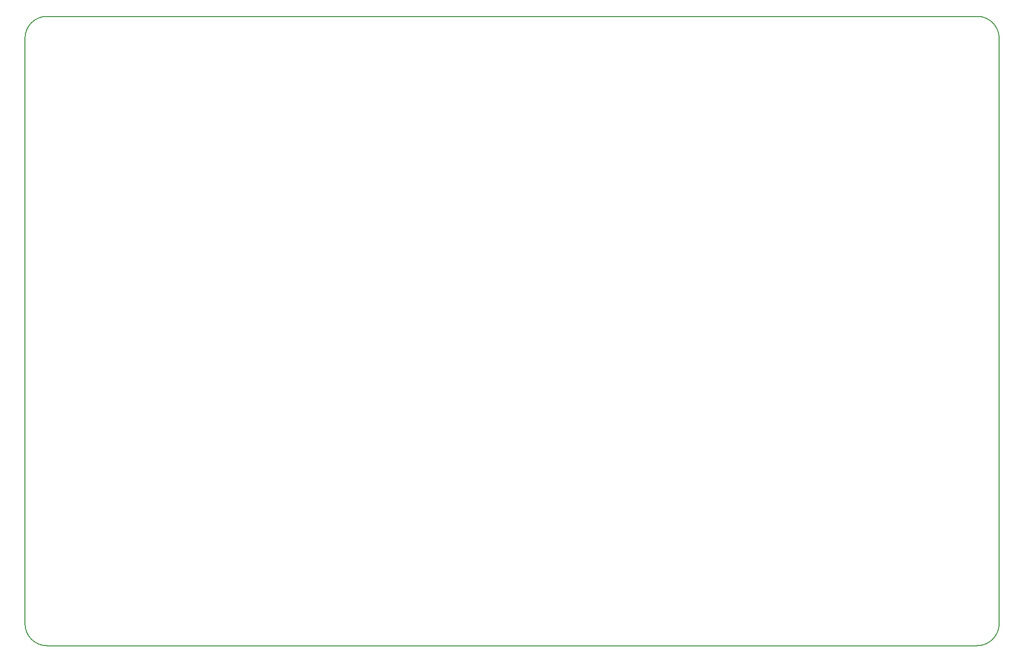
<source format=gm1>
%TF.GenerationSoftware,KiCad,Pcbnew,(6.0.1)*%
%TF.CreationDate,2022-04-05T18:42:57+02:00*%
%TF.ProjectId,Keyboard Left Hand Side,4b657962-6f61-4726-9420-4c6566742048,rev?*%
%TF.SameCoordinates,Original*%
%TF.FileFunction,Profile,NP*%
%FSLAX46Y46*%
G04 Gerber Fmt 4.6, Leading zero omitted, Abs format (unit mm)*
G04 Created by KiCad (PCBNEW (6.0.1)) date 2022-04-05 18:42:57*
%MOMM*%
%LPD*%
G01*
G04 APERTURE LIST*
%TA.AperFunction,Profile*%
%ADD10C,0.200000*%
%TD*%
G04 APERTURE END LIST*
D10*
X38735000Y-34925000D02*
X200025000Y-34925000D01*
X203835000Y-38735000D02*
G75*
G03*
X200025000Y-34925000I-3810001J-1D01*
G01*
X203835000Y-38735000D02*
X203835000Y-140335000D01*
X34925000Y-140335000D02*
X34925000Y-38735000D01*
X200025000Y-144145000D02*
X38735000Y-144145000D01*
X38735000Y-34925000D02*
G75*
G03*
X34925000Y-38735000I1J-3810001D01*
G01*
X34925000Y-140335000D02*
G75*
G03*
X38735000Y-144145000I3810001J1D01*
G01*
X200025000Y-144145000D02*
G75*
G03*
X203835000Y-140335000I-1J3810001D01*
G01*
M02*

</source>
